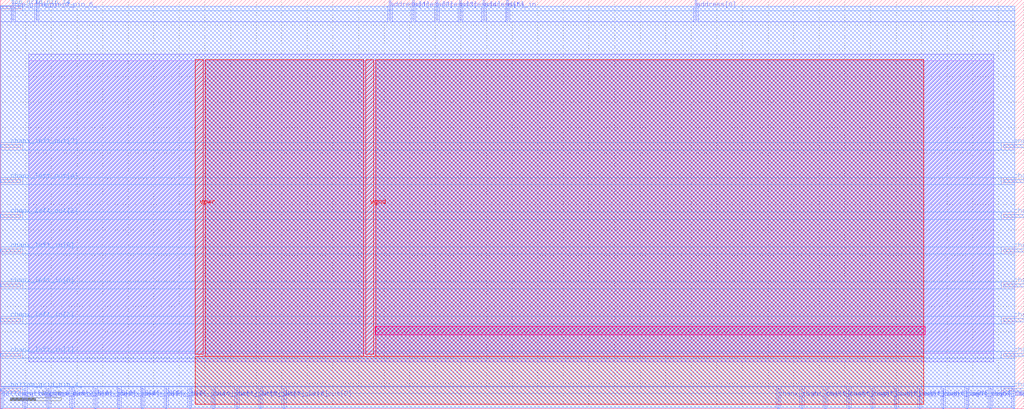
<source format=lef>
VERSION 5.7 ;
  NOWIREEXTENSIONATPIN ON ;
  DIVIDERCHAR "/" ;
  BUSBITCHARS "[]" ;
MACRO cbx_1__1_
  CLASS BLOCK ;
  FOREIGN cbx_1__1_ ;
  ORIGIN 0.000 0.000 ;
  SIZE 200.000 BY 80.000 ;
  PIN address[0]
    DIRECTION INPUT ;
    PORT
      LAYER met2 ;
        RECT 135.790 76.000 136.070 80.000 ;
    END
  END address[0]
  PIN address[1]
    DIRECTION INPUT ;
    PORT
      LAYER met2 ;
        RECT 75.990 76.000 76.270 80.000 ;
    END
  END address[1]
  PIN address[2]
    DIRECTION INPUT ;
    PORT
      LAYER met2 ;
        RECT 80.590 76.000 80.870 80.000 ;
    END
  END address[2]
  PIN address[3]
    DIRECTION INPUT ;
    PORT
      LAYER met2 ;
        RECT 85.190 76.000 85.470 80.000 ;
    END
  END address[3]
  PIN address[4]
    DIRECTION INPUT ;
    PORT
      LAYER met2 ;
        RECT 89.790 76.000 90.070 80.000 ;
    END
  END address[4]
  PIN address[5]
    DIRECTION INPUT ;
    PORT
      LAYER met2 ;
        RECT 94.390 76.000 94.670 80.000 ;
    END
  END address[5]
  PIN bottom_grid_pin_0_
    DIRECTION OUTPUT TRISTATE ;
    PORT
      LAYER met2 ;
        RECT 0.090 0.000 0.370 4.000 ;
    END
  END bottom_grid_pin_0_
  PIN bottom_grid_pin_4_
    DIRECTION OUTPUT TRISTATE ;
    PORT
      LAYER met3 ;
        RECT 0.000 3.440 4.000 4.040 ;
    END
  END bottom_grid_pin_4_
  PIN bottom_grid_pin_8_
    DIRECTION OUTPUT TRISTATE ;
    PORT
      LAYER met2 ;
        RECT 4.690 0.000 4.970 4.000 ;
    END
  END bottom_grid_pin_8_
  PIN chanx_left_in[0]
    DIRECTION INPUT ;
    PORT
      LAYER met2 ;
        RECT 9.290 0.000 9.570 4.000 ;
    END
  END chanx_left_in[0]
  PIN chanx_left_in[1]
    DIRECTION INPUT ;
    PORT
      LAYER met3 ;
        RECT 0.000 10.240 4.000 10.840 ;
    END
  END chanx_left_in[1]
  PIN chanx_left_in[2]
    DIRECTION INPUT ;
    PORT
      LAYER met2 ;
        RECT 13.890 0.000 14.170 4.000 ;
    END
  END chanx_left_in[2]
  PIN chanx_left_in[3]
    DIRECTION INPUT ;
    PORT
      LAYER met3 ;
        RECT 0.000 17.040 4.000 17.640 ;
    END
  END chanx_left_in[3]
  PIN chanx_left_in[4]
    DIRECTION INPUT ;
    PORT
      LAYER met2 ;
        RECT 18.490 0.000 18.770 4.000 ;
    END
  END chanx_left_in[4]
  PIN chanx_left_in[5]
    DIRECTION INPUT ;
    PORT
      LAYER met2 ;
        RECT 23.090 0.000 23.370 4.000 ;
    END
  END chanx_left_in[5]
  PIN chanx_left_in[6]
    DIRECTION INPUT ;
    PORT
      LAYER met3 ;
        RECT 0.000 23.840 4.000 24.440 ;
    END
  END chanx_left_in[6]
  PIN chanx_left_in[7]
    DIRECTION INPUT ;
    PORT
      LAYER met2 ;
        RECT 27.690 0.000 27.970 4.000 ;
    END
  END chanx_left_in[7]
  PIN chanx_left_in[8]
    DIRECTION INPUT ;
    PORT
      LAYER met3 ;
        RECT 0.000 30.640 4.000 31.240 ;
    END
  END chanx_left_in[8]
  PIN chanx_left_out[0]
    DIRECTION OUTPUT TRISTATE ;
    PORT
      LAYER met2 ;
        RECT 32.290 0.000 32.570 4.000 ;
    END
  END chanx_left_out[0]
  PIN chanx_left_out[1]
    DIRECTION OUTPUT TRISTATE ;
    PORT
      LAYER met2 ;
        RECT 36.890 0.000 37.170 4.000 ;
    END
  END chanx_left_out[1]
  PIN chanx_left_out[2]
    DIRECTION OUTPUT TRISTATE ;
    PORT
      LAYER met3 ;
        RECT 0.000 37.440 4.000 38.040 ;
    END
  END chanx_left_out[2]
  PIN chanx_left_out[3]
    DIRECTION OUTPUT TRISTATE ;
    PORT
      LAYER met2 ;
        RECT 41.490 0.000 41.770 4.000 ;
    END
  END chanx_left_out[3]
  PIN chanx_left_out[4]
    DIRECTION OUTPUT TRISTATE ;
    PORT
      LAYER met3 ;
        RECT 0.000 44.240 4.000 44.840 ;
    END
  END chanx_left_out[4]
  PIN chanx_left_out[5]
    DIRECTION OUTPUT TRISTATE ;
    PORT
      LAYER met2 ;
        RECT 46.090 0.000 46.370 4.000 ;
    END
  END chanx_left_out[5]
  PIN chanx_left_out[6]
    DIRECTION OUTPUT TRISTATE ;
    PORT
      LAYER met2 ;
        RECT 50.690 0.000 50.970 4.000 ;
    END
  END chanx_left_out[6]
  PIN chanx_left_out[7]
    DIRECTION OUTPUT TRISTATE ;
    PORT
      LAYER met3 ;
        RECT 0.000 51.040 4.000 51.640 ;
    END
  END chanx_left_out[7]
  PIN chanx_left_out[8]
    DIRECTION OUTPUT TRISTATE ;
    PORT
      LAYER met2 ;
        RECT 55.290 0.000 55.570 4.000 ;
    END
  END chanx_left_out[8]
  PIN chanx_right_in[0]
    DIRECTION INPUT ;
    PORT
      LAYER met2 ;
        RECT 197.890 0.000 198.170 4.000 ;
    END
  END chanx_right_in[0]
  PIN chanx_right_in[1]
    DIRECTION INPUT ;
    PORT
      LAYER met3 ;
        RECT 196.000 3.440 200.000 4.040 ;
    END
  END chanx_right_in[1]
  PIN chanx_right_in[2]
    DIRECTION INPUT ;
    PORT
      LAYER met2 ;
        RECT 193.290 0.000 193.570 4.000 ;
    END
  END chanx_right_in[2]
  PIN chanx_right_in[3]
    DIRECTION INPUT ;
    PORT
      LAYER met3 ;
        RECT 196.000 10.240 200.000 10.840 ;
    END
  END chanx_right_in[3]
  PIN chanx_right_in[4]
    DIRECTION INPUT ;
    PORT
      LAYER met2 ;
        RECT 188.690 0.000 188.970 4.000 ;
    END
  END chanx_right_in[4]
  PIN chanx_right_in[5]
    DIRECTION INPUT ;
    PORT
      LAYER met2 ;
        RECT 184.090 0.000 184.370 4.000 ;
    END
  END chanx_right_in[5]
  PIN chanx_right_in[6]
    DIRECTION INPUT ;
    PORT
      LAYER met3 ;
        RECT 196.000 17.040 200.000 17.640 ;
    END
  END chanx_right_in[6]
  PIN chanx_right_in[7]
    DIRECTION INPUT ;
    PORT
      LAYER met2 ;
        RECT 179.490 0.000 179.770 4.000 ;
    END
  END chanx_right_in[7]
  PIN chanx_right_in[8]
    DIRECTION INPUT ;
    PORT
      LAYER met3 ;
        RECT 196.000 23.840 200.000 24.440 ;
    END
  END chanx_right_in[8]
  PIN chanx_right_out[0]
    DIRECTION OUTPUT TRISTATE ;
    PORT
      LAYER met2 ;
        RECT 174.890 0.000 175.170 4.000 ;
    END
  END chanx_right_out[0]
  PIN chanx_right_out[1]
    DIRECTION OUTPUT TRISTATE ;
    PORT
      LAYER met2 ;
        RECT 170.290 0.000 170.570 4.000 ;
    END
  END chanx_right_out[1]
  PIN chanx_right_out[2]
    DIRECTION OUTPUT TRISTATE ;
    PORT
      LAYER met3 ;
        RECT 196.000 30.640 200.000 31.240 ;
    END
  END chanx_right_out[2]
  PIN chanx_right_out[3]
    DIRECTION OUTPUT TRISTATE ;
    PORT
      LAYER met2 ;
        RECT 165.690 0.000 165.970 4.000 ;
    END
  END chanx_right_out[3]
  PIN chanx_right_out[4]
    DIRECTION OUTPUT TRISTATE ;
    PORT
      LAYER met3 ;
        RECT 196.000 37.440 200.000 38.040 ;
    END
  END chanx_right_out[4]
  PIN chanx_right_out[5]
    DIRECTION OUTPUT TRISTATE ;
    PORT
      LAYER met2 ;
        RECT 161.090 0.000 161.370 4.000 ;
    END
  END chanx_right_out[5]
  PIN chanx_right_out[6]
    DIRECTION OUTPUT TRISTATE ;
    PORT
      LAYER met2 ;
        RECT 156.490 0.000 156.770 4.000 ;
    END
  END chanx_right_out[6]
  PIN chanx_right_out[7]
    DIRECTION OUTPUT TRISTATE ;
    PORT
      LAYER met3 ;
        RECT 196.000 44.240 200.000 44.840 ;
    END
  END chanx_right_out[7]
  PIN chanx_right_out[8]
    DIRECTION OUTPUT TRISTATE ;
    PORT
      LAYER met2 ;
        RECT 151.890 0.000 152.170 4.000 ;
    END
  END chanx_right_out[8]
  PIN data_in
    DIRECTION INPUT ;
    PORT
      LAYER met2 ;
        RECT 98.990 76.000 99.270 80.000 ;
    END
  END data_in
  PIN enable
    DIRECTION INPUT ;
    PORT
      LAYER met3 ;
        RECT 196.000 51.040 200.000 51.640 ;
    END
  END enable
  PIN top_grid_pin_14_
    DIRECTION OUTPUT TRISTATE ;
    PORT
      LAYER met3 ;
        RECT 0.000 78.240 4.000 78.840 ;
    END
  END top_grid_pin_14_
  PIN top_grid_pin_2_
    DIRECTION OUTPUT TRISTATE ;
    PORT
      LAYER met2 ;
        RECT 2.390 76.000 2.670 80.000 ;
    END
  END top_grid_pin_2_
  PIN top_grid_pin_6_
    DIRECTION OUTPUT TRISTATE ;
    PORT
      LAYER met2 ;
        RECT 6.990 76.000 7.270 80.000 ;
    END
  END top_grid_pin_6_
  PIN vpwr
    DIRECTION INPUT ;
    PORT
      LAYER met4 ;
        RECT 38.055 10.640 39.655 68.240 ;
    END
  END vpwr
  PIN vgnd
    DIRECTION INPUT ;
    PORT
      LAYER met4 ;
        RECT 71.385 10.640 72.985 68.240 ;
    END
  END vgnd
  OBS
      LAYER li1 ;
        RECT 5.520 10.795 194.120 68.085 ;
      LAYER met1 ;
        RECT 5.520 9.220 194.120 69.320 ;
      LAYER met2 ;
        RECT 0.090 75.720 2.110 78.725 ;
        RECT 2.950 75.720 6.710 78.725 ;
        RECT 7.550 75.720 75.710 78.725 ;
        RECT 76.550 75.720 80.310 78.725 ;
        RECT 81.150 75.720 84.910 78.725 ;
        RECT 85.750 75.720 89.510 78.725 ;
        RECT 90.350 75.720 94.110 78.725 ;
        RECT 94.950 75.720 98.710 78.725 ;
        RECT 99.550 75.720 135.510 78.725 ;
        RECT 136.350 75.720 198.170 78.725 ;
        RECT 0.090 4.280 198.170 75.720 ;
        RECT 0.650 0.155 4.410 4.280 ;
        RECT 5.250 0.155 9.010 4.280 ;
        RECT 9.850 0.155 13.610 4.280 ;
        RECT 14.450 0.155 18.210 4.280 ;
        RECT 19.050 0.155 22.810 4.280 ;
        RECT 23.650 0.155 27.410 4.280 ;
        RECT 28.250 0.155 32.010 4.280 ;
        RECT 32.850 0.155 36.610 4.280 ;
        RECT 37.450 0.155 41.210 4.280 ;
        RECT 42.050 0.155 45.810 4.280 ;
        RECT 46.650 0.155 50.410 4.280 ;
        RECT 51.250 0.155 55.010 4.280 ;
        RECT 55.850 0.155 151.610 4.280 ;
        RECT 152.450 0.155 156.210 4.280 ;
        RECT 157.050 0.155 160.810 4.280 ;
        RECT 161.650 0.155 165.410 4.280 ;
        RECT 166.250 0.155 170.010 4.280 ;
        RECT 170.850 0.155 174.610 4.280 ;
        RECT 175.450 0.155 179.210 4.280 ;
        RECT 180.050 0.155 183.810 4.280 ;
        RECT 184.650 0.155 188.410 4.280 ;
        RECT 189.250 0.155 193.010 4.280 ;
        RECT 193.850 0.155 197.610 4.280 ;
      LAYER met3 ;
        RECT 4.400 77.840 198.195 78.705 ;
        RECT 0.065 52.040 198.195 77.840 ;
        RECT 4.400 50.640 195.600 52.040 ;
        RECT 0.065 45.240 198.195 50.640 ;
        RECT 4.400 43.840 195.600 45.240 ;
        RECT 0.065 38.440 198.195 43.840 ;
        RECT 4.400 37.040 195.600 38.440 ;
        RECT 0.065 31.640 198.195 37.040 ;
        RECT 4.400 30.240 195.600 31.640 ;
        RECT 0.065 24.840 198.195 30.240 ;
        RECT 4.400 23.440 195.600 24.840 ;
        RECT 0.065 18.040 198.195 23.440 ;
        RECT 4.400 16.640 195.600 18.040 ;
        RECT 0.065 11.240 198.195 16.640 ;
        RECT 4.400 9.840 195.600 11.240 ;
        RECT 0.065 4.440 198.195 9.840 ;
        RECT 4.400 3.040 195.600 4.440 ;
        RECT 0.065 0.175 198.195 3.040 ;
      LAYER met4 ;
        RECT 40.055 10.240 70.985 68.240 ;
        RECT 73.385 10.240 180.450 68.240 ;
        RECT 38.050 0.855 180.450 10.240 ;
      LAYER met5 ;
        RECT 73.260 14.500 180.660 16.100 ;
  END
END cbx_1__1_
END LIBRARY


</source>
